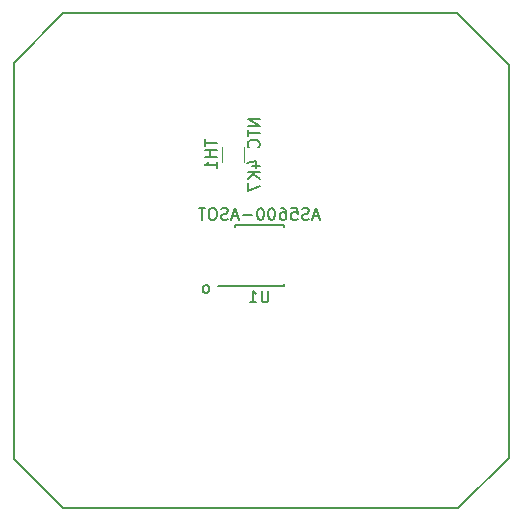
<source format=gbr>
G04 #@! TF.GenerationSoftware,KiCad,Pcbnew,5.0.2-bee76a0~70~ubuntu18.04.1*
G04 #@! TF.CreationDate,2019-01-29T19:41:14+01:00*
G04 #@! TF.ProjectId,ustepper_41_nano,75737465-7070-4657-925f-34315f6e616e,rev?*
G04 #@! TF.SameCoordinates,Original*
G04 #@! TF.FileFunction,Legend,Bot*
G04 #@! TF.FilePolarity,Positive*
%FSLAX46Y46*%
G04 Gerber Fmt 4.6, Leading zero omitted, Abs format (unit mm)*
G04 Created by KiCad (PCBNEW 5.0.2-bee76a0~70~ubuntu18.04.1) date mar 29 ene 2019 19:41:14 CET*
%MOMM*%
%LPD*%
G01*
G04 APERTURE LIST*
%ADD10C,0.200000*%
%ADD11C,0.150000*%
%ADD12C,0.120000*%
G04 APERTURE END LIST*
D10*
X137598671Y-71954280D02*
X137503433Y-71906661D01*
X137455814Y-71859042D01*
X137408195Y-71763804D01*
X137408195Y-71478090D01*
X137455814Y-71382852D01*
X137503433Y-71335233D01*
X137598671Y-71287614D01*
X137741528Y-71287614D01*
X137836766Y-71335233D01*
X137884385Y-71382852D01*
X137932004Y-71478090D01*
X137932004Y-71763804D01*
X137884385Y-71859042D01*
X137836766Y-71906661D01*
X137741528Y-71954280D01*
X137598671Y-71954280D01*
X121400000Y-86000000D02*
X121400000Y-52500000D01*
X125600000Y-90200000D02*
X121400000Y-86000000D01*
X159000000Y-90200000D02*
X125600000Y-90200000D01*
X163300000Y-85900000D02*
X159000000Y-90200000D01*
X163300000Y-52700000D02*
X163300000Y-85900000D01*
X158900000Y-48300000D02*
X163300000Y-52700000D01*
X125600000Y-48300000D02*
X158900000Y-48300000D01*
X121400000Y-52500000D02*
X125600000Y-48300000D01*
D11*
G04 #@! TO.C,U1*
X140125000Y-71388920D02*
X140125000Y-71338920D01*
X144275000Y-71388920D02*
X144275000Y-71243920D01*
X144275000Y-66238920D02*
X144275000Y-66383920D01*
X140125000Y-66238920D02*
X140125000Y-66383920D01*
X140125000Y-71388920D02*
X144275000Y-71388920D01*
X140125000Y-66238920D02*
X144275000Y-66238920D01*
X140125000Y-71338920D02*
X138725000Y-71338920D01*
D12*
G04 #@! TO.C,TH1*
X139043560Y-59629856D02*
X139043560Y-60833984D01*
X140863560Y-59629856D02*
X140863560Y-60833984D01*
G04 #@! TO.C,U1*
D11*
X142961904Y-71766300D02*
X142961904Y-72575824D01*
X142914285Y-72671062D01*
X142866666Y-72718681D01*
X142771428Y-72766300D01*
X142580952Y-72766300D01*
X142485714Y-72718681D01*
X142438095Y-72671062D01*
X142390476Y-72575824D01*
X142390476Y-71766300D01*
X141390476Y-72766300D02*
X141961904Y-72766300D01*
X141676190Y-72766300D02*
X141676190Y-71766300D01*
X141771428Y-71909158D01*
X141866666Y-72004396D01*
X141961904Y-72052015D01*
X147247619Y-65480586D02*
X146771428Y-65480586D01*
X147342857Y-65766300D02*
X147009523Y-64766300D01*
X146676190Y-65766300D01*
X146390476Y-65718681D02*
X146247619Y-65766300D01*
X146009523Y-65766300D01*
X145914285Y-65718681D01*
X145866666Y-65671062D01*
X145819047Y-65575824D01*
X145819047Y-65480586D01*
X145866666Y-65385348D01*
X145914285Y-65337729D01*
X146009523Y-65290110D01*
X146200000Y-65242491D01*
X146295238Y-65194872D01*
X146342857Y-65147253D01*
X146390476Y-65052015D01*
X146390476Y-64956777D01*
X146342857Y-64861539D01*
X146295238Y-64813920D01*
X146200000Y-64766300D01*
X145961904Y-64766300D01*
X145819047Y-64813920D01*
X144914285Y-64766300D02*
X145390476Y-64766300D01*
X145438095Y-65242491D01*
X145390476Y-65194872D01*
X145295238Y-65147253D01*
X145057142Y-65147253D01*
X144961904Y-65194872D01*
X144914285Y-65242491D01*
X144866666Y-65337729D01*
X144866666Y-65575824D01*
X144914285Y-65671062D01*
X144961904Y-65718681D01*
X145057142Y-65766300D01*
X145295238Y-65766300D01*
X145390476Y-65718681D01*
X145438095Y-65671062D01*
X144009523Y-64766300D02*
X144200000Y-64766300D01*
X144295238Y-64813920D01*
X144342857Y-64861539D01*
X144438095Y-65004396D01*
X144485714Y-65194872D01*
X144485714Y-65575824D01*
X144438095Y-65671062D01*
X144390476Y-65718681D01*
X144295238Y-65766300D01*
X144104761Y-65766300D01*
X144009523Y-65718681D01*
X143961904Y-65671062D01*
X143914285Y-65575824D01*
X143914285Y-65337729D01*
X143961904Y-65242491D01*
X144009523Y-65194872D01*
X144104761Y-65147253D01*
X144295238Y-65147253D01*
X144390476Y-65194872D01*
X144438095Y-65242491D01*
X144485714Y-65337729D01*
X143295238Y-64766300D02*
X143200000Y-64766300D01*
X143104761Y-64813920D01*
X143057142Y-64861539D01*
X143009523Y-64956777D01*
X142961904Y-65147253D01*
X142961904Y-65385348D01*
X143009523Y-65575824D01*
X143057142Y-65671062D01*
X143104761Y-65718681D01*
X143200000Y-65766300D01*
X143295238Y-65766300D01*
X143390476Y-65718681D01*
X143438095Y-65671062D01*
X143485714Y-65575824D01*
X143533333Y-65385348D01*
X143533333Y-65147253D01*
X143485714Y-64956777D01*
X143438095Y-64861539D01*
X143390476Y-64813920D01*
X143295238Y-64766300D01*
X142342857Y-64766300D02*
X142247619Y-64766300D01*
X142152380Y-64813920D01*
X142104761Y-64861539D01*
X142057142Y-64956777D01*
X142009523Y-65147253D01*
X142009523Y-65385348D01*
X142057142Y-65575824D01*
X142104761Y-65671062D01*
X142152380Y-65718681D01*
X142247619Y-65766300D01*
X142342857Y-65766300D01*
X142438095Y-65718681D01*
X142485714Y-65671062D01*
X142533333Y-65575824D01*
X142580952Y-65385348D01*
X142580952Y-65147253D01*
X142533333Y-64956777D01*
X142485714Y-64861539D01*
X142438095Y-64813920D01*
X142342857Y-64766300D01*
X141580952Y-65385348D02*
X140819047Y-65385348D01*
X140390476Y-65480586D02*
X139914285Y-65480586D01*
X140485714Y-65766300D02*
X140152380Y-64766300D01*
X139819047Y-65766300D01*
X139533333Y-65718681D02*
X139390476Y-65766300D01*
X139152380Y-65766300D01*
X139057142Y-65718681D01*
X139009523Y-65671062D01*
X138961904Y-65575824D01*
X138961904Y-65480586D01*
X139009523Y-65385348D01*
X139057142Y-65337729D01*
X139152380Y-65290110D01*
X139342857Y-65242491D01*
X139438095Y-65194872D01*
X139485714Y-65147253D01*
X139533333Y-65052015D01*
X139533333Y-64956777D01*
X139485714Y-64861539D01*
X139438095Y-64813920D01*
X139342857Y-64766300D01*
X139104761Y-64766300D01*
X138961904Y-64813920D01*
X138342857Y-64766300D02*
X138152380Y-64766300D01*
X138057142Y-64813920D01*
X137961904Y-64909158D01*
X137914285Y-65099634D01*
X137914285Y-65432967D01*
X137961904Y-65623443D01*
X138057142Y-65718681D01*
X138152380Y-65766300D01*
X138342857Y-65766300D01*
X138438095Y-65718681D01*
X138533333Y-65623443D01*
X138580952Y-65432967D01*
X138580952Y-65099634D01*
X138533333Y-64909158D01*
X138438095Y-64813920D01*
X138342857Y-64766300D01*
X137628571Y-64766300D02*
X137057142Y-64766300D01*
X137342857Y-65766300D02*
X137342857Y-64766300D01*
G04 #@! TO.C,TH1*
X137585940Y-58946205D02*
X137585940Y-59517634D01*
X138585940Y-59231920D02*
X137585940Y-59231920D01*
X138585940Y-59850967D02*
X137585940Y-59850967D01*
X138062131Y-59850967D02*
X138062131Y-60422396D01*
X138585940Y-60422396D02*
X137585940Y-60422396D01*
X138585940Y-61422396D02*
X138585940Y-60850967D01*
X138585940Y-61136681D02*
X137585940Y-61136681D01*
X137728798Y-61041443D01*
X137824036Y-60946205D01*
X137871655Y-60850967D01*
X142225940Y-57231920D02*
X141225940Y-57231920D01*
X142225940Y-57803348D01*
X141225940Y-57803348D01*
X141225940Y-58136681D02*
X141225940Y-58708110D01*
X142225940Y-58422396D02*
X141225940Y-58422396D01*
X142130702Y-59612872D02*
X142178321Y-59565253D01*
X142225940Y-59422396D01*
X142225940Y-59327158D01*
X142178321Y-59184300D01*
X142083083Y-59089062D01*
X141987845Y-59041443D01*
X141797369Y-58993824D01*
X141654512Y-58993824D01*
X141464036Y-59041443D01*
X141368798Y-59089062D01*
X141273560Y-59184300D01*
X141225940Y-59327158D01*
X141225940Y-59422396D01*
X141273560Y-59565253D01*
X141321179Y-59612872D01*
X141559274Y-61231920D02*
X142225940Y-61231920D01*
X141178321Y-60993824D02*
X141892607Y-60755729D01*
X141892607Y-61374777D01*
X142225940Y-61755729D02*
X141225940Y-61755729D01*
X142225940Y-62327158D02*
X141654512Y-61898586D01*
X141225940Y-62327158D02*
X141797369Y-61755729D01*
X141225940Y-62660491D02*
X141225940Y-63327158D01*
X142225940Y-62898586D01*
G04 #@! TD*
M02*

</source>
